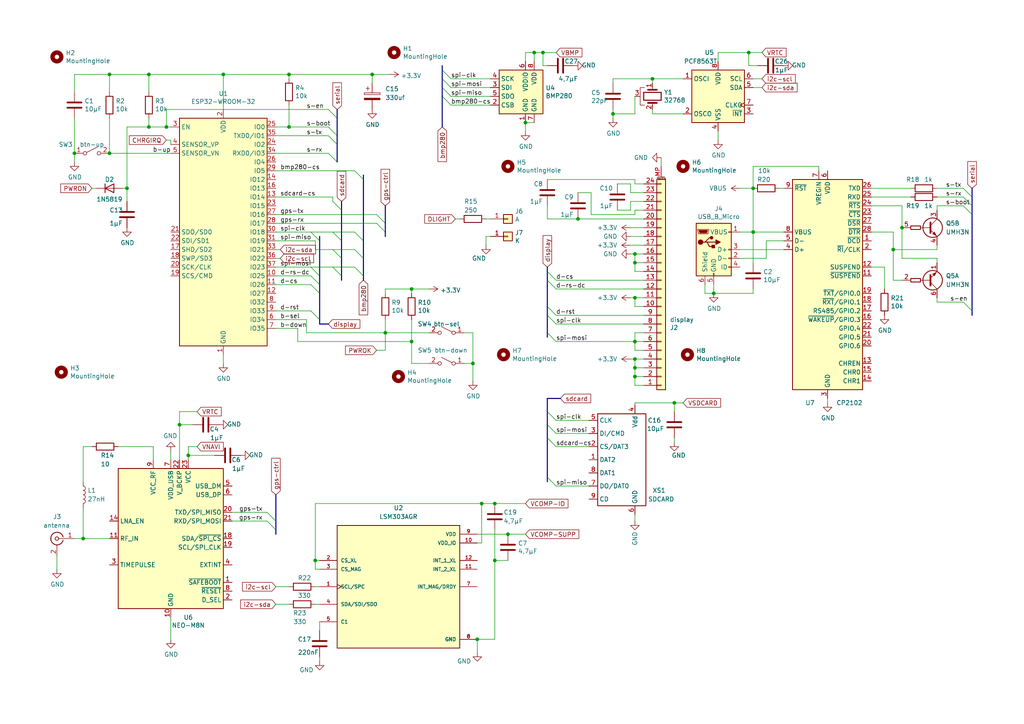
<source format=kicad_sch>
(kicad_sch (version 20230121) (generator eeschema)
  (paper "A4")
  (junction (at 218.44 67.31))
  (junction (at 184.15 104.14))
  (junction (at 195.58 116.84))
  (junction (at 350.52 41.91))
  (junction (at 217.17 15.24))
  (junction (at 360.68 50.8))
  (junction (at 184.15 106.68))
  (junction (at 52.07 123.19))
  (junction (at 48.26 36.83))
  (junction (at 316.23 85.09))
  (junction (at 184.15 76.2))
  (junction (at 384.81 59.69))
  (junction (at 207.01 85.09))
  (junction (at 138.43 185.42))
  (junction (at 384.81 97.79))
  (junction (at 21.59 44.45))
  (junction (at 261.62 66.04))
  (junction (at 64.77 21.59))
  (junction (at 356.87 41.91))
  (junction (at 154.94 15.24))
  (junction (at 189.23 22.86))
  (junction (at 24.13 156.21))
  (junction (at 184.15 109.22))
  (junction (at 177.8 33.02))
  (junction (at 54.61 132.08))
  (junction (at 346.71 50.8))
  (junction (at 143.51 162.56))
  (junction (at 259.08 72.39))
  (junction (at 43.18 21.59))
  (junction (at 218.44 54.61))
  (junction (at 139.7 146.05))
  (junction (at 345.44 41.91))
  (junction (at 364.49 50.8))
  (junction (at 83.82 36.83))
  (junction (at 320.04 39.37))
  (junction (at 43.18 36.83))
  (junction (at 31.75 44.45))
  (junction (at 107.95 21.59))
  (junction (at 384.81 113.03))
  (junction (at 119.38 99.06))
  (junction (at 167.64 63.5))
  (junction (at 152.4 35.56))
  (junction (at 316.23 115.57))
  (junction (at 184.15 73.66))
  (junction (at 345.44 34.29))
  (junction (at 91.44 162.56))
  (junction (at 184.15 99.06))
  (junction (at 111.76 96.52))
  (junction (at 119.38 83.82))
  (junction (at 157.48 15.24))
  (junction (at 36.83 54.61))
  (junction (at 31.75 21.59))
  (junction (at 83.82 21.59))
  (junction (at 143.51 146.05))
  (junction (at 184.15 86.36))
  (junction (at 137.16 105.41))
  (junction (at 147.32 154.94))
  (junction (at 381 59.69))
  (bus_entry (at 128.27 22.86) (size 2.54 2.54))
  (bus_entry (at 90.17 80.01) (size 2.54 2.54))
  (bus_entry (at 158.75 127) (size 2.54 2.54))
  (bus_entry (at 77.47 151.13) (size 2.54 2.54))
  (bus_entry (at 158.75 96.52) (size 2.54 2.54))
  (bus_entry (at 77.47 148.59) (size 2.54 2.54))
  (bus_entry (at 96.52 58.42) (size 2.54 2.54))
  (bus_entry (at 279.4 54.61) (size 2.54 2.54))
  (bus_entry (at 128.27 27.94) (size 2.54 2.54))
  (bus_entry (at 102.87 77.47) (size 2.54 2.54))
  (bus_entry (at 102.87 72.39) (size 2.54 2.54))
  (bus_entry (at 95.25 36.83) (size 2.54 2.54))
  (bus_entry (at 158.75 119.38) (size 2.54 2.54))
  (bus_entry (at 90.17 90.17) (size 2.54 2.54))
  (bus_entry (at 128.27 25.4) (size 2.54 2.54))
  (bus_entry (at 158.75 78.74) (size 2.54 2.54))
  (bus_entry (at 279.4 57.15) (size 2.54 2.54))
  (bus_entry (at 96.52 72.39) (size 2.54 2.54))
  (bus_entry (at 279.4 59.69) (size 2.54 2.54))
  (bus_entry (at 102.87 49.53) (size 2.54 2.54))
  (bus_entry (at 158.75 81.28) (size 2.54 2.54))
  (bus_entry (at 90.17 67.31) (size 2.54 2.54))
  (bus_entry (at 158.75 138.43) (size 2.54 2.54))
  (bus_entry (at 158.75 123.19) (size 2.54 2.54))
  (bus_entry (at 95.25 31.75) (size 2.54 2.54))
  (bus_entry (at 279.4 87.63) (size 2.54 2.54))
  (bus_entry (at 96.52 77.47) (size 2.54 2.54))
  (bus_entry (at 158.75 91.44) (size 2.54 2.54))
  (bus_entry (at 95.25 44.45) (size 2.54 2.54))
  (bus_entry (at 109.22 62.23) (size 2.54 2.54))
  (bus_entry (at 90.17 82.55) (size 2.54 2.54))
  (bus_entry (at 158.75 88.9) (size 2.54 2.54))
  (bus_entry (at 102.87 67.31) (size 2.54 2.54))
  (bus_entry (at 95.25 39.37) (size 2.54 2.54))
  (bus_entry (at 109.22 64.77) (size 2.54 2.54))
  (bus_entry (at 96.52 67.31) (size 2.54 2.54))
  (bus_entry (at 128.27 20.32) (size 2.54 2.54))
  (bus_entry (at 90.17 77.47) (size 2.54 2.54))
  (bus (pts (xy 128.27 20.32) (xy 128.27 22.86)))
  (bus (pts (xy 128.27 19.05) (xy 128.27 20.32)))
  (wire (pts (xy 177.8 22.86) (xy 189.23 22.86)))
  (wire (pts (xy 152.4 38.1) (xy 152.4 35.56)))
  (wire (pts (xy 143.51 185.42) (xy 138.43 185.42)))
  (wire (pts (xy 195.58 127) (xy 195.58 128.27)))
  (wire (pts (xy 177.8 24.13) (xy 177.8 22.86)))
  (wire (pts (xy 346.71 123.19) (xy 346.71 124.46)))
  (wire (pts (xy 259.08 72.39) (xy 259.08 81.28)))
  (bus (pts (xy 99.06 60.96) (xy 99.06 69.85)))
  (wire (pts (xy 157.48 15.24) (xy 161.29 15.24)))
  (wire (pts (xy 214.63 54.61) (xy 218.44 54.61)))
  (wire (pts (xy 182.88 73.66) (xy 184.15 73.66)))
  (wire (pts (xy 137.16 96.52) (xy 137.16 105.41)))
  (bus (pts (xy 80.01 153.67) (xy 80.01 154.94)))
  (wire (pts (xy 80.01 90.17) (xy 90.17 90.17)))
  (wire (pts (xy 154.94 35.56) (xy 152.4 35.56)))
  (wire (pts (xy 111.76 96.52) (xy 124.46 96.52)))
  (wire (pts (xy 271.78 59.69) (xy 279.4 59.69)))
  (wire (pts (xy 90.17 67.31) (xy 96.52 67.31)))
  (wire (pts (xy 332.74 52.07) (xy 332.74 50.8)))
  (wire (pts (xy 191.77 45.72) (xy 191.77 48.26)))
  (wire (pts (xy 119.38 99.06) (xy 119.38 105.41)))
  (wire (pts (xy 158.75 63.5) (xy 158.75 59.69)))
  (wire (pts (xy 35.56 54.61) (xy 36.83 54.61)))
  (wire (pts (xy 111.76 96.52) (xy 111.76 101.6)))
  (wire (pts (xy 161.29 121.92) (xy 170.815 121.92)))
  (wire (pts (xy 161.29 140.97) (xy 170.815 140.97)))
  (wire (pts (xy 271.78 87.63) (xy 279.4 87.63)))
  (wire (pts (xy 91.44 146.05) (xy 91.44 162.56)))
  (wire (pts (xy 207.01 82.55) (xy 207.01 85.09)))
  (wire (pts (xy 158.75 52.07) (xy 184.15 52.07)))
  (wire (pts (xy 43.18 36.83) (xy 36.83 36.83)))
  (bus (pts (xy 158.75 138.43) (xy 158.75 139.7)))
  (wire (pts (xy 359.41 118.11) (xy 365.76 118.11)))
  (wire (pts (xy 182.88 66.04) (xy 186.69 66.04)))
  (wire (pts (xy 91.44 165.1) (xy 92.71 165.1)))
  (wire (pts (xy 271.78 71.12) (xy 271.78 72.39)))
  (wire (pts (xy 184.15 86.36) (xy 186.69 86.36)))
  (wire (pts (xy 36.83 36.83) (xy 36.83 54.61)))
  (wire (pts (xy 261.62 66.04) (xy 261.62 74.93)))
  (wire (pts (xy 95.25 36.83) (xy 83.82 36.83)))
  (wire (pts (xy 360.68 50.8) (xy 360.68 57.15)))
  (wire (pts (xy 36.83 54.61) (xy 36.83 58.42)))
  (wire (pts (xy 182.88 71.12) (xy 186.69 71.12)))
  (bus (pts (xy 281.94 54.61) (xy 281.94 57.15)))
  (wire (pts (xy 208.28 15.24) (xy 217.17 15.24)))
  (wire (pts (xy 364.49 49.53) (xy 364.49 50.8)))
  (bus (pts (xy 111.76 59.69) (xy 111.76 64.77)))
  (wire (pts (xy 80.01 82.55) (xy 90.17 82.55)))
  (bus (pts (xy 92.71 68.58) (xy 92.71 69.85)))
  (wire (pts (xy 21.59 26.67) (xy 21.59 21.59)))
  (wire (pts (xy 384.81 67.31) (xy 384.81 68.58)))
  (wire (pts (xy 359.41 59.69) (xy 369.57 59.69)))
  (wire (pts (xy 345.44 41.91) (xy 350.52 41.91)))
  (wire (pts (xy 142.24 68.58) (xy 140.97 68.58)))
  (wire (pts (xy 218.44 83.82) (xy 218.44 85.09)))
  (wire (pts (xy 182.88 58.42) (xy 186.69 58.42)))
  (wire (pts (xy 140.97 63.5) (xy 142.24 63.5)))
  (wire (pts (xy 252.73 57.15) (xy 264.16 57.15)))
  (wire (pts (xy 346.71 50.8) (xy 360.68 50.8)))
  (wire (pts (xy 86.36 99.06) (xy 119.38 99.06)))
  (wire (pts (xy 83.82 21.59) (xy 107.95 21.59)))
  (wire (pts (xy 218.44 22.86) (xy 220.98 22.86)))
  (wire (pts (xy 161.29 129.54) (xy 170.815 129.54)))
  (wire (pts (xy 119.38 85.09) (xy 119.38 83.82)))
  (wire (pts (xy 195.58 119.38) (xy 195.58 116.84)))
  (wire (pts (xy 337.82 49.53) (xy 337.82 52.07)))
  (wire (pts (xy 182.88 86.36) (xy 184.15 86.36)))
  (wire (pts (xy 34.29 129.54) (xy 44.45 129.54)))
  (wire (pts (xy 184.15 73.66) (xy 186.69 73.66)))
  (wire (pts (xy 52.07 123.19) (xy 52.07 133.35)))
  (wire (pts (xy 350.52 41.91) (xy 350.52 36.83)))
  (wire (pts (xy 49.53 40.64) (xy 49.53 41.91)))
  (wire (pts (xy 271.78 74.93) (xy 271.78 76.2)))
  (wire (pts (xy 31.75 34.29) (xy 31.75 44.45)))
  (wire (pts (xy 167.64 63.5) (xy 158.75 63.5)))
  (wire (pts (xy 91.44 69.85) (xy 91.44 72.39)))
  (wire (pts (xy 350.52 41.91) (xy 356.87 41.91)))
  (wire (pts (xy 161.29 83.82) (xy 186.69 83.82)))
  (wire (pts (xy 237.49 49.53) (xy 237.49 48.26)))
  (bus (pts (xy 281.94 62.23) (xy 281.94 90.17)))
  (wire (pts (xy 381 62.23) (xy 359.41 62.23)))
  (wire (pts (xy 21.59 21.59) (xy 31.75 21.59)))
  (wire (pts (xy 337.82 41.91) (xy 345.44 41.91)))
  (wire (pts (xy 237.49 48.26) (xy 218.44 48.26)))
  (bus (pts (xy 111.76 67.31) (xy 111.76 68.58)))
  (wire (pts (xy 359.41 100.33) (xy 368.3 100.33)))
  (bus (pts (xy 158.75 88.9) (xy 158.75 91.44)))
  (wire (pts (xy 154.94 17.78) (xy 154.94 15.24)))
  (wire (pts (xy 222.25 69.85) (xy 222.25 74.93)))
  (wire (pts (xy 335.28 52.07) (xy 335.28 34.29)))
  (wire (pts (xy 261.62 74.93) (xy 271.78 74.93)))
  (wire (pts (xy 88.9 96.52) (xy 111.76 96.52)))
  (wire (pts (xy 384.81 113.03) (xy 387.35 113.03)))
  (wire (pts (xy 271.78 60.96) (xy 271.78 59.69)))
  (wire (pts (xy 316.23 85.09) (xy 323.85 85.09)))
  (wire (pts (xy 252.73 67.31) (xy 259.08 67.31)))
  (wire (pts (xy 307.34 105.41) (xy 307.34 106.68)))
  (wire (pts (xy 227.33 69.85) (xy 222.25 69.85)))
  (wire (pts (xy 80.01 69.85) (xy 91.44 69.85)))
  (bus (pts (xy 111.76 64.77) (xy 111.76 67.31)))
  (wire (pts (xy 359.41 105.41) (xy 368.3 105.41)))
  (bus (pts (xy 92.71 85.09) (xy 92.71 92.71)))
  (wire (pts (xy 321.31 77.47) (xy 323.85 77.47)))
  (wire (pts (xy 134.62 96.52) (xy 137.16 96.52)))
  (wire (pts (xy 204.47 82.55) (xy 204.47 85.09)))
  (wire (pts (xy 80.01 170.18) (xy 83.82 170.18)))
  (wire (pts (xy 107.95 21.59) (xy 107.95 24.13)))
  (wire (pts (xy 218.44 67.31) (xy 227.33 67.31)))
  (bus (pts (xy 80.01 143.51) (xy 80.01 151.13)))
  (wire (pts (xy 184.15 106.68) (xy 186.69 106.68)))
  (wire (pts (xy 90.17 77.47) (xy 96.52 77.47)))
  (wire (pts (xy 96.52 57.15) (xy 96.52 58.42)))
  (wire (pts (xy 226.06 54.61) (xy 227.33 54.61)))
  (wire (pts (xy 323.85 97.79) (xy 307.34 97.79)))
  (wire (pts (xy 184.15 33.02) (xy 177.8 33.02)))
  (wire (pts (xy 137.16 105.41) (xy 137.16 110.49)))
  (wire (pts (xy 177.8 34.29) (xy 177.8 33.02)))
  (bus (pts (xy 105.41 69.85) (xy 105.41 74.93)))
  (wire (pts (xy 184.15 73.66) (xy 184.15 76.2)))
  (wire (pts (xy 48.26 36.83) (xy 49.53 36.83)))
  (bus (pts (xy 158.75 78.74) (xy 158.75 81.28)))
  (wire (pts (xy 359.41 113.03) (xy 384.81 113.03)))
  (wire (pts (xy 80.01 44.45) (xy 95.25 44.45)))
  (wire (pts (xy 186.69 81.28) (xy 161.29 81.28)))
  (wire (pts (xy 154.94 15.24) (xy 157.48 15.24)))
  (wire (pts (xy 52.07 119.38) (xy 57.15 119.38)))
  (bus (pts (xy 105.41 80.01) (xy 105.41 81.28)))
  (wire (pts (xy 138.43 154.94) (xy 147.32 154.94)))
  (wire (pts (xy 261.62 66.04) (xy 261.62 59.69)))
  (bus (pts (xy 105.41 74.93) (xy 105.41 80.01)))
  (wire (pts (xy 54.61 132.08) (xy 62.23 132.08)))
  (wire (pts (xy 271.78 54.61) (xy 279.4 54.61)))
  (wire (pts (xy 189.23 24.13) (xy 189.23 22.86)))
  (wire (pts (xy 356.87 41.91) (xy 364.49 41.91)))
  (wire (pts (xy 54.61 132.08) (xy 54.61 133.35)))
  (bus (pts (xy 97.79 31.75) (xy 97.79 34.29)))
  (wire (pts (xy 143.51 146.05) (xy 152.4 146.05)))
  (wire (pts (xy 214.63 72.39) (xy 227.33 72.39)))
  (wire (pts (xy 96.52 77.47) (xy 102.87 77.47)))
  (bus (pts (xy 92.71 82.55) (xy 92.71 85.09)))
  (wire (pts (xy 252.73 77.47) (xy 256.54 77.47)))
  (wire (pts (xy 184.15 109.22) (xy 184.15 111.76)))
  (bus (pts (xy 99.06 58.42) (xy 99.06 60.96)))
  (wire (pts (xy 182.88 68.58) (xy 186.69 68.58)))
  (wire (pts (xy 214.63 74.93) (xy 222.25 74.93)))
  (wire (pts (xy 384.81 120.65) (xy 384.81 121.92)))
  (wire (pts (xy 259.08 81.28) (xy 261.62 81.28)))
  (wire (pts (xy 80.01 57.15) (xy 96.52 57.15)))
  (wire (pts (xy 167.64 55.88) (xy 171.45 55.88)))
  (wire (pts (xy 139.7 157.48) (xy 138.43 157.48)))
  (wire (pts (xy 279.4 57.15) (xy 271.78 57.15)))
  (wire (pts (xy 142.24 25.4) (xy 130.81 25.4)))
  (wire (pts (xy 350.52 36.83) (xy 351.79 36.83)))
  (wire (pts (xy 184.15 62.23) (xy 184.15 60.96)))
  (wire (pts (xy 364.49 50.8) (xy 378.46 50.8)))
  (wire (pts (xy 182.88 60.96) (xy 182.88 58.42)))
  (wire (pts (xy 24.13 147.32) (xy 24.13 156.21)))
  (wire (pts (xy 16.51 161.29) (xy 16.51 165.1)))
  (wire (pts (xy 208.28 38.1) (xy 208.28 40.64)))
  (bus (pts (xy 158.75 127) (xy 158.75 138.43)))
  (wire (pts (xy 157.48 15.24) (xy 157.48 19.05)))
  (wire (pts (xy 111.76 83.82) (xy 119.38 83.82)))
  (bus (pts (xy 99.06 74.93) (xy 99.06 80.01)))
  (wire (pts (xy 92.71 190.5) (xy 92.71 191.77)))
  (wire (pts (xy 252.73 59.69) (xy 261.62 59.69)))
  (wire (pts (xy 218.44 48.26) (xy 218.44 54.61)))
  (bus (pts (xy 80.01 151.13) (xy 80.01 153.67)))
  (bus (pts (xy 92.71 69.85) (xy 92.71 80.01)))
  (wire (pts (xy 271.78 87.63) (xy 271.78 86.36)))
  (wire (pts (xy 143.51 153.67) (xy 143.51 162.56)))
  (wire (pts (xy 132.08 63.5) (xy 133.35 63.5)))
  (wire (pts (xy 91.44 175.26) (xy 92.71 175.26)))
  (bus (pts (xy 281.94 57.15) (xy 281.94 59.69)))
  (wire (pts (xy 77.47 151.13) (xy 67.31 151.13)))
  (wire (pts (xy 256.54 77.47) (xy 256.54 83.82)))
  (wire (pts (xy 189.23 31.75) (xy 189.23 33.02)))
  (wire (pts (xy 119.38 83.82) (xy 124.46 83.82)))
  (wire (pts (xy 143.51 162.56) (xy 147.32 162.56)))
  (wire (pts (xy 184.15 96.52) (xy 186.69 96.52)))
  (wire (pts (xy 316.23 115.57) (xy 316.23 93.98)))
  (wire (pts (xy 91.44 162.56) (xy 92.71 162.56)))
  (wire (pts (xy 186.69 76.2) (xy 184.15 76.2)))
  (wire (pts (xy 48.26 31.75) (xy 95.25 31.75)))
  (wire (pts (xy 394.97 97.79) (xy 397.51 97.79)))
  (wire (pts (xy 107.95 21.59) (xy 113.03 21.59)))
  (wire (pts (xy 161.29 125.73) (xy 170.815 125.73)))
  (wire (pts (xy 345.44 34.29) (xy 351.79 34.29)))
  (wire (pts (xy 217.17 15.24) (xy 220.98 15.24)))
  (wire (pts (xy 161.29 99.06) (xy 184.15 99.06)))
  (bus (pts (xy 92.71 80.01) (xy 92.71 82.55)))
  (bus (pts (xy 281.94 90.17) (xy 281.94 91.44)))
  (wire (pts (xy 31.75 21.59) (xy 43.18 21.59)))
  (wire (pts (xy 321.31 80.01) (xy 323.85 80.01)))
  (wire (pts (xy 184.15 106.68) (xy 184.15 109.22)))
  (wire (pts (xy 252.73 54.61) (xy 264.16 54.61)))
  (wire (pts (xy 81.28 74.93) (xy 80.01 74.93)))
  (bus (pts (xy 97.79 39.37) (xy 97.79 41.91)))
  (wire (pts (xy 80.01 72.39) (xy 81.28 72.39)))
  (bus (pts (xy 158.75 81.28) (xy 158.75 88.9)))
  (wire (pts (xy 186.69 101.6) (xy 184.15 101.6)))
  (wire (pts (xy 134.62 105.41) (xy 137.16 105.41)))
  (wire (pts (xy 21.59 156.21) (xy 24.13 156.21)))
  (bus (pts (xy 92.71 92.71) (xy 92.71 93.98)))
  (wire (pts (xy 80.01 39.37) (xy 95.25 39.37)))
  (wire (pts (xy 111.76 92.71) (xy 111.76 96.52)))
  (wire (pts (xy 67.31 148.59) (xy 77.47 148.59)))
  (wire (pts (xy 147.32 154.94) (xy 152.4 154.94)))
  (wire (pts (xy 259.08 67.31) (xy 259.08 72.39)))
  (wire (pts (xy 320.04 50.8) (xy 320.04 53.34)))
  (wire (pts (xy 359.41 107.95) (xy 368.3 107.95)))
  (wire (pts (xy 96.52 67.31) (xy 102.87 67.31)))
  (bus (pts (xy 95.25 93.98) (xy 92.71 93.98)))
  (wire (pts (xy 161.29 93.98) (xy 186.69 93.98)))
  (wire (pts (xy 179.07 60.96) (xy 182.88 60.96)))
  (wire (pts (xy 64.77 31.75) (xy 64.77 21.59)))
  (wire (pts (xy 182.88 53.34) (xy 182.88 55.88)))
  (wire (pts (xy 111.76 101.6) (xy 109.22 101.6)))
  (wire (pts (xy 184.15 101.6) (xy 184.15 99.06)))
  (wire (pts (xy 49.53 185.42) (xy 49.53 179.07)))
  (bus (pts (xy 162.56 115.57) (xy 158.75 115.57)))
  (wire (pts (xy 80.01 62.23) (xy 109.22 62.23)))
  (wire (pts (xy 54.61 129.54) (xy 54.61 132.08)))
  (wire (pts (xy 44.45 129.54) (xy 44.45 133.35)))
  (wire (pts (xy 184.15 149.225) (xy 184.15 151.13)))
  (bus (pts (xy 128.27 25.4) (xy 128.27 27.94)))
  (bus (pts (xy 105.41 50.8) (xy 105.41 52.07)))
  (wire (pts (xy 43.18 21.59) (xy 64.77 21.59)))
  (wire (pts (xy 21.59 34.29) (xy 21.59 44.45)))
  (wire (pts (xy 320.04 39.37) (xy 320.04 43.18)))
  (wire (pts (xy 184.15 78.74) (xy 186.69 78.74)))
  (wire (pts (xy 177.8 33.02) (xy 177.8 31.75)))
  (wire (pts (xy 336.55 123.19) (xy 336.55 124.46)))
  (wire (pts (xy 83.82 30.48) (xy 83.82 36.83)))
  (wire (pts (xy 184.15 76.2) (xy 184.15 78.74)))
  (wire (pts (xy 207.01 85.09) (xy 218.44 85.09)))
  (wire (pts (xy 330.2 39.37) (xy 330.2 52.07)))
  (wire (pts (xy 140.97 68.58) (xy 140.97 71.12)))
  (wire (pts (xy 184.15 53.34) (xy 186.69 53.34)))
  (bus (pts (xy 105.41 52.07) (xy 105.41 69.85)))
  (wire (pts (xy 186.69 63.5) (xy 167.64 63.5)))
  (wire (pts (xy 96.52 72.39) (xy 102.87 72.39)))
  (wire (pts (xy 26.67 54.61) (xy 27.94 54.61)))
  (wire (pts (xy 48.26 40.64) (xy 49.53 40.64)))
  (wire (pts (xy 204.47 85.09) (xy 207.01 85.09)))
  (wire (pts (xy 80.01 80.01) (xy 90.17 80.01)))
  (wire (pts (xy 304.8 76.2) (xy 304.8 77.47)))
  (wire (pts (xy 184.15 104.14) (xy 184.15 106.68)))
  (wire (pts (xy 321.31 72.39) (xy 323.85 72.39)))
  (wire (pts (xy 139.7 146.05) (xy 139.7 157.48)))
  (wire (pts (xy 332.74 50.8) (xy 346.71 50.8)))
  (wire (pts (xy 138.43 185.42) (xy 138.43 189.23)))
  (wire (pts (xy 381 59.69) (xy 384.81 59.69)))
  (wire (pts (xy 218.44 67.31) (xy 218.44 76.2)))
  (wire (pts (xy 335.28 34.29) (xy 345.44 34.29)))
  (wire (pts (xy 26.67 129.54) (xy 24.13 129.54)))
  (bus (pts (xy 97.79 34.29) (xy 97.79 39.37)))
  (wire (pts (xy 312.42 85.09) (xy 316.23 85.09)))
  (wire (pts (xy 152.4 15.24) (xy 154.94 15.24)))
  (wire (pts (xy 184.15 111.76) (xy 186.69 111.76)))
  (wire (pts (xy 394.97 113.03) (xy 397.51 113.03)))
  (wire (pts (xy 52.07 123.19) (xy 55.88 123.19)))
  (wire (pts (xy 384.81 97.79) (xy 387.35 97.79)))
  (bus (pts (xy 158.75 77.47) (xy 158.75 78.74)))
  (bus (pts (xy 158.75 119.38) (xy 158.75 123.19)))
  (wire (pts (xy 360.68 57.15) (xy 359.41 57.15)))
  (wire (pts (xy 111.76 85.09) (xy 111.76 83.82)))
  (wire (pts (xy 21.59 46.99) (xy 21.59 44.45)))
  (wire (pts (xy 184.15 60.96) (xy 186.69 60.96)))
  (wire (pts (xy 356.87 41.91) (xy 356.87 43.18)))
  (wire (pts (xy 142.24 30.48) (xy 130.81 30.48)))
  (wire (pts (xy 186.69 99.06) (xy 184.15 99.06)))
  (wire (pts (xy 48.26 36.83) (xy 48.26 31.75)))
  (wire (pts (xy 384.81 59.69) (xy 388.62 59.69)))
  (wire (pts (xy 143.51 146.05) (xy 139.7 146.05)))
  (wire (pts (xy 157.48 19.05) (xy 158.75 19.05)))
  (bus (pts (xy 158.75 96.52) (xy 158.75 97.79)))
  (bus (pts (xy 158.75 115.57) (xy 158.75 119.38)))
  (wire (pts (xy 186.69 91.44) (xy 161.29 91.44)))
  (bus (pts (xy 158.75 91.44) (xy 158.75 96.52)))
  (wire (pts (xy 214.63 67.31) (xy 218.44 67.31)))
  (wire (pts (xy 184.15 88.9) (xy 186.69 88.9)))
  (wire (pts (xy 377.19 59.69) (xy 381 59.69)))
  (wire (pts (xy 49.53 130.81) (xy 49.53 133.35)))
  (wire (pts (xy 189.23 22.86) (xy 198.12 22.86)))
  (wire (pts (xy 316.23 85.09) (xy 316.23 86.36)))
  (wire (pts (xy 86.36 95.25) (xy 86.36 99.06)))
  (wire (pts (xy 184.15 52.07) (xy 184.15 53.34)))
  (wire (pts (xy 152.4 17.78) (xy 152.4 15.24)))
  (wire (pts (xy 182.88 55.88) (xy 186.69 55.88)))
  (bus (pts (xy 158.75 123.19) (xy 158.75 127)))
  (wire (pts (xy 83.82 21.59) (xy 83.82 22.86)))
  (wire (pts (xy 124.46 105.41) (xy 119.38 105.41)))
  (wire (pts (xy 31.75 44.45) (xy 49.53 44.45)))
  (wire (pts (xy 304.8 67.31) (xy 323.85 67.31)))
  (bus (pts (xy 281.94 59.69) (xy 281.94 62.23)))
  (bus (pts (xy 99.06 69.85) (xy 99.06 74.93)))
  (wire (pts (xy 208.28 15.24) (xy 208.28 17.78)))
  (wire (pts (xy 182.88 104.14) (xy 184.15 104.14)))
  (wire (pts (xy 184.15 86.36) (xy 184.15 88.9)))
  (wire (pts (xy 64.77 21.59) (xy 83.82 21.59)))
  (wire (pts (xy 80.01 175.26) (xy 83.82 175.26)))
  (wire (pts (xy 359.41 102.87) (xy 368.3 102.87)))
  (wire (pts (xy 80.01 49.53) (xy 102.87 49.53)))
  (wire (pts (xy 119.38 92.71) (xy 119.38 99.06)))
  (wire (pts (xy 80.01 92.71) (xy 88.9 92.71)))
  (wire (pts (xy 184.15 99.06) (xy 184.15 96.52)))
  (wire (pts (xy 130.81 22.86) (xy 142.24 22.86)))
  (wire (pts (xy 171.45 62.23) (xy 184.15 62.23)))
  (wire (pts (xy 317.5 39.37) (xy 320.04 39.37)))
  (wire (pts (xy 109.22 64.77) (xy 80.01 64.77)))
  (bus (pts (xy 97.79 41.91) (xy 97.79 46.99)))
  (wire (pts (xy 184.15 27.94) (xy 184.15 33.02)))
  (wire (pts (xy 179.07 53.34) (xy 182.88 53.34)))
  (wire (pts (xy 218.44 54.61) (xy 218.44 67.31)))
  (wire (pts (xy 24.13 156.21) (xy 31.75 156.21)))
  (wire (pts (xy 359.41 97.79) (xy 384.81 97.79)))
  (wire (pts (xy 43.18 36.83) (xy 48.26 36.83)))
  (wire (pts (xy 130.81 27.94) (xy 142.24 27.94)))
  (wire (pts (xy 259.08 72.39) (xy 271.78 72.39)))
  (wire (pts (xy 304.8 67.31) (xy 304.8 68.58)))
  (wire (pts (xy 320.04 39.37) (xy 330.2 39.37)))
  (bus (pts (xy 99.06 80.01) (xy 99.06 81.28)))
  (wire (pts (xy 219.71 19.05) (xy 217.17 19.05)))
  (wire (pts (xy 359.41 115.57) (xy 365.76 115.57)))
  (wire (pts (xy 52.07 119.38) (xy 52.07 123.19)))
  (wire (pts (xy 184.15 104.14) (xy 186.69 104.14)))
  (wire (pts (xy 360.68 50.8) (xy 364.49 50.8)))
  (wire (pts (xy 311.15 115.57) (xy 316.23 115.57)))
  (wire (pts (xy 195.58 116.84) (xy 198.12 116.84)))
  (wire (pts (xy 80.01 67.31) (xy 90.17 67.31)))
  (wire (pts (xy 189.23 33.02) (xy 198.12 33.02)))
  (wire (pts (xy 24.13 129.54) (xy 24.13 139.7)))
  (wire (pts (xy 184.15 117.475) (xy 184.15 116.84)))
  (wire (pts (xy 323.85 115.57) (xy 316.23 115.57)))
  (wire (pts (xy 220.98 25.4) (xy 218.44 25.4)))
  (wire (pts (xy 186.69 109.22) (xy 184.15 109.22)))
  (wire (pts (xy 64.77 105.41) (xy 64.77 102.87)))
  (wire (pts (xy 88.9 92.71) (xy 88.9 96.52)))
  (wire (pts (xy 217.17 19.05) (xy 217.17 15.24)))
  (wire (pts (xy 384.81 105.41) (xy 384.81 106.68)))
  (bus (pts (xy 128.27 27.94) (xy 128.27 36.83)))
  (wire (pts (xy 43.18 26.67) (xy 43.18 21.59)))
  (wire (pts (xy 381 59.69) (xy 381 62.23)))
  (wire (pts (xy 184.15 116.84) (xy 195.58 116.84)))
  (wire (pts (xy 139.7 146.05) (xy 91.44 146.05)))
  (wire (pts (xy 80.01 36.83) (xy 83.82 36.83)))
  (wire (pts (xy 171.45 55.88) (xy 171.45 62.23)))
  (wire (pts (xy 92.71 180.34) (xy 92.71 182.88)))
  (wire (pts (xy 321.31 69.85) (xy 323.85 69.85)))
  (wire (pts (xy 240.03 115.57) (xy 240.03 116.84)))
  (wire (pts (xy 31.75 26.67) (xy 31.75 21.59)))
  (bus (pts (xy 128.27 22.86) (xy 128.27 25.4)))
  (wire (pts (xy 43.18 34.29) (xy 43.18 36.83)))
  (wire (pts (xy 346.71 50.8) (xy 346.71 52.07)))
  (wire (pts (xy 57.15 129.54) (xy 54.61 129.54)))
  (wire (pts (xy 143.51 162.56) (xy 143.51 185.42)))
  (wire (pts (xy 91.44 162.56) (xy 91.44 165.1)))
  (wire (pts (xy 80.01 95.25) (xy 86.36 95.25)))
  (wire (pts (xy 80.01 77.47) (xy 90.17 77.47)))
  (wire (pts (xy 91.44 72.39) (xy 96.52 72.39)))
  (wire (pts (xy 91.44 170.18) (xy 92.71 170.18)))
  (label "s-en" (at 275.59 87.63 0))
  (label "spi-mosi" (at 81.28 77.47 0))
  (label "d-rs-dc" (at 81.28 80.01 0))
  (label "spi-clk" (at 161.29 121.92 0))
  (label "gps-tx" (at 81.28 62.23 0))
  (label "bmp280-cs" (at 81.28 49.53 0))
  (label "d-cs" (at 81.28 82.55 0))
  (label "s-boot" (at 88.9 36.83 0))
  (label "gps-rx" (at 81.28 64.77 0))
  (label "sdcard-cs" (at 81.28 57.15 0))
  (label "spi-mosi" (at 161.29 99.06 0))
  (label "d-rst" (at 161.29 91.44 0))
  (label "sdcard-cs" (at 161.29 129.54 0))
  (label "spi-miso" (at 130.81 27.94 0))
  (label "spi-miso" (at 161.29 140.97 0))
  (label "s-en" (at 88.9 31.75 0))
  (label "spi-clk" (at 161.29 93.98 0))
  (label "spi-mosi" (at 161.29 125.73 0))
  (label "s-tx" (at 88.9 39.37 0))
  (label "gps-tx" (at 76.2 148.59 180))
  (label "s-rx" (at 274.32 57.15 0))
  (label "spi-mosi" (at 130.81 25.4 0))
  (label "bmp280-cs" (at 130.81 30.48 0))
  (label "gps-rx" (at 76.2 151.13 180))
  (label "batt" (at 349.25 34.29 0))
  (label "spi-miso" (at 81.28 69.85 0))
  (label "b-sel" (at 81.28 92.71 0))
  (label "d-cs" (at 161.29 81.28 0))
  (label "s-boot" (at 274.32 59.69 0))
  (label "d-rst" (at 81.28 90.17 0))
  (label "s-rx" (at 88.9 44.45 0))
  (label "b-down" (at 81.28 95.25 0))
  (label "s-tx" (at 274.32 54.61 0))
  (label "b-up" (at 49.53 44.45 180))
  (label "spi-clk" (at 130.81 22.86 0))
  (label "d-rs-dc" (at 161.29 83.82 0))
  (label "spi-clk" (at 81.28 67.31 0))
  (global_label "VNAVI" (shape input) (at 57.15 129.54 0) (property "Intersheetrefs" "${INTERSHEET_REFS}" (effects hide)))
  (global_label "sdcard" (shape input) (at 162.56 115.57 0) (property "Intersheetrefs" "${INTERSHEET_REFS}" (effects hide)))
  (global_label "PWROK" (shape input) (at 321.31 72.39 180) (property "Intersheetrefs" "${INTERSHEET_REFS}" (effects hide)))
  (global_label "VSDCARD" (shape input) (at 198.12 116.84 0) (property "Intersheetrefs" "${INTERSHEET_REFS}" (effects hide)))
  (global_label "VCOMP-IO" (shape input) (at 152.4 146.05 0) (property "Intersheetrefs" "${INTERSHEET_REFS}" (effects hide)))
  (global_label "PWRON" (shape input) (at 321.31 69.85 180) (property "Intersheetrefs" "${INTERSHEET_REFS}" (effects hide)))
  (global_label "DLIGHT" (shape input) (at 368.3 102.87 0) (property "Intersheetrefs" "${INTERSHEET_REFS}" (effects hide)))
  (global_label "display" (shape input) (at 95.25 93.98 0) (property "Intersheetrefs" "${INTERSHEET_REFS}" (effects hide)))
  (global_label "VRTC" (shape input) (at 57.15 119.38 0) (property "Intersheetrefs" "${INTERSHEET_REFS}" (effects hide)))
  (global_label "VCOMP-SUPP" (shape input) (at 152.4 154.94 0) (property "Intersheetrefs" "${INTERSHEET_REFS}" (effects hide)))
  (global_label "i2c-sda" (shape input) (at 321.31 77.47 180) (property "Intersheetrefs" "${INTERSHEET_REFS}" (effects hide)))
  (global_label "i2c-scl" (shape input) (at 321.31 80.01 180) (property "Intersheetrefs" "${INTERSHEET_REFS}" (effects hide)))
  (global_label "display" (shape input) (at 158.75 77.47 90) (property "Intersheetrefs" "${INTERSHEET_REFS}" (effects hide)))
  (global_label "serial" (shape input) (at 97.79 31.75 90) (property "Intersheetrefs" "${INTERSHEET_REFS}" (effects hide)))
  (global_label "VBMP" (shape input) (at 368.3 100.33 0) (property "Intersheetrefs" "${INTERSHEET_REFS}" (effects hide)))
  (global_label "i2c-sda" (shape input) (at 81.28 72.39 0) (property "Intersheetrefs" "${INTERSHEET_REFS}" (effects hide)))
  (global_label "VBMP" (shape input) (at 161.29 15.24 0) (property "Intersheetrefs" "${INTERSHEET_REFS}" (effects hide)))
  (global_label "VSDCARD" (shape input) (at 368.3 107.95 0) (property "Intersheetrefs" "${INTERSHEET_REFS}" (effects hide)))
  (global_label "VSYS" (shape input) (at 378.46 50.8 0) (property "Intersheetrefs" "${INTERSHEET_REFS}" (effects hide)))
  (global_label "DLIGHT" (shape input) (at 132.08 63.5 180) (property "Intersheetrefs" "${INTERSHEET_REFS}" (effects hide)))
  (global_label "gps-ctrl" (shape input) (at 80.01 143.51 90) (property "Intersheetrefs" "${INTERSHEET_REFS}" (effects hide)))
  (global_label "VCOMP-IO" (shape input) (at 365.76 115.57 0) (property "Intersheetrefs" "${INTERSHEET_REFS}" (effects hide)))
  (global_label "i2c-sda" (shape input) (at 220.98 25.4 0) (property "Intersheetrefs" "${INTERSHEET_REFS}" (effects hide)))
  (global_label "VCOMP-SUPP" (shape input) (at 365.76 118.11 0) (property "Intersheetrefs" "${INTERSHEET_REFS}" (effects hide)))
  (global_label "i2c-scl" (shape input) (at 220.98 22.86 0) (property "Intersheetrefs" "${INTERSHEET_REFS}" (effects hide)))
  (global_label "i2c-sda" (shape input) (at 80.01 175.26 180) (property "Intersheetrefs" "${INTERSHEET_REFS}" (effects hide)))
  (global_label "bmp280" (shape input) (at 105.41 81.28 270) (property "Intersheetrefs" "${INTERSHEET_REFS}" (effects hide)))
  (global_label "i2c-scl" (shape input) (at 81.28 74.93 0) (property "Intersheetrefs" "${INTERSHEET_REFS}" (effects hide)))
  (global_label "VSYS" (shape input) (at 397.51 97.79 0) (property "Intersheetrefs" "${INTERSHEET_REFS}" (effects hide)))
  (global_label "bmp280" (shape input) (at 128.27 36.83 270) (property "Intersheetrefs" "${INTERSHEET_REFS}" (effects hide)))
  (global_label "PWROK" (shape input) (at 109.22 101.6 180) (property "Intersheetrefs" "${INTERSHEET_REFS}" (effects hide)))
  (global_label "CHRGIRQ" (shape input) (at 312.42 85.09 180) (property "Intersheetrefs" "${INTERSHEET_REFS}" (effects hide)))
  (global_label "i2c-scl" (shape input) (at 80.01 170.18 180) (property "Intersheetrefs" "${INTERSHEET_REFS}" (effects hide)))
  (global_label "VRTC" (shape input) (at 311.15 115.57 180) (property "Intersheetrefs" "${INTERSHEET_REFS}" (effects hide)))
  (global_label "PWRON" (shape input) (at 26.67 54.61 180) (property "Intersheetrefs" "${INTERSHEET_REFS}" (effects hide)))
  (global_label "VSYS" (shape input) (at 397.51 113.03 0) (property "Intersheetrefs" "${INTERSHEET_REFS}" (effects hide)))
  (global_label "VRTC" (shape input) (at 220.98 15.24 0) (property "Intersheetrefs" "${INTERSHEET_REFS}" (effects hide)))
  (global_label "VNAVI" (shape input) (at 368.3 105.41 0) (property "Intersheetrefs" "${INTERSHEET_REFS}" (effects hide)))
  (global_label "gps-ctrl" (shape input) (at 111.76 59.69 90) (property "Intersheetrefs" "${INTERSHEET_REFS}" (effects hide)))
  (global_label "CHRGIRQ" (shape input) (at 48.26 40.64 180) (property "Intersheetrefs" "${INTERSHEET_REFS}" (effects hide)))
  (global_label "serial" (shape input) (at 281.94 54.61 90) (property "Intersheetrefs" "${INTERSHEET_REFS}" (effects hide)))
  (global_label "sdcard" (shape input) (at 99.06 58.42 90) (property "Intersheetrefs" "${INTERSHEET_REFS}" (effects hide)))
  (symbol (lib_id "RF_Module:ESP32-WROOM-32") (at 64.77 67.31 0) (unit 1)
    (property "Reference" "U1" (at 64.77 27.1526 0))
    (property "Value" "ESP32-WROOM-32" (at 64.77 29.464 0))
    (property "Footprint" "RF_Module:ESP32-WROOM-32" (effects hide))
    (property "Datasheet" "https://www.espressif.com/sites/default/files/documentation/esp32-wroom-32_datasheet_en.pdf" (effects hide))
  )
  (symbol (lib_id "Device:R") (at 43.18 30.48 0) (unit 1)
    (property "Reference" "R3" (at 44.958 29.3116 0) (effects (justify left)))
    (property "Value" "10k" (at 44.958 31.623 0) (effects (justify left)))
    (property "Footprint" "Resistor_SMD:R_0805_2012Metric" (effects hide))
  )
  (symbol (lib_id "Device:R") (at 83.82 26.67 0) (unit 1)
    (property "Reference" "R4" (at 85.598 25.5016 0) (effects (justify left)))
    (property "Value" "10k" (at 85.598 27.813 0) (effects (justify left)))
    (property "Footprint" "Resistor_SMD:R_0805_2012Metric" (effects hide))
  )
  (symbol (lib_id "Mechanical:MountingHole") (at 17.78 107.95 0) (unit 1)
    (property "Reference" "H3" (at 20.32 106.7816 0) (effects (justify left)))
    (property "Value" "MountingHole" (at 20.32 109.093 0) (effects (justify left)))
    (property "Footprint" "MountingHole:MountingHole_3.2mm_M3" (effects hide))
  )
  (symbol (lib_id "Mechanical:MountingHole") (at 16.51 16.51 0) (unit 1)
    (property "Reference" "H2" (at 19.05 15.3416 0) (effects (justify left)))
    (property "Value" "MountingHole" (at 19.05 17.653 0) (effects (justify left)))
    (property "Footprint" "MountingHole:MountingHole_3.2mm_M3" (effects hide))
  )
  (symbol (lib_id "Switch:SW_SPST") (at 129.54 105.41 0) (mirror y) (unit 1)
    (property "Reference" "SW5" (at 123.19 101.6 0))
    (property "Value" "btn-down" (at 130.81 101.6 0))
    (property "Footprint" "Button_Switch_SMD:SW_Push_1P1T_NO_6x6mm_H9.5mm" (effects hide))
  )
  (symbol (lib_id "Switch:SW_SPST") (at 129.54 96.52 0) (mirror y) (unit 1)
    (property "Reference" "SW4" (at 123.19 93.98 0))
    (property "Value" "btn-sel" (at 129.54 93.98 0))
    (property "Footprint" "Button_Switch_SMD:SW_Push_1P1T_NO_6x6mm_H9.5mm" (effects hide))
  )
  (symbol (lib_id "Switch:SW_SPST") (at 26.67 44.45 0) (unit 1)
    (property "Reference" "SW3" (at 19.05 41.91 0))
    (property "Value" "btn-up" (at 26.67 41.91 0))
    (property "Footprint" "Button_Switch_SMD:SW_Push_1P1T_NO_6x6mm_H9.5mm" (effects hide))
  )
  (symbol (lib_id "Device:R") (at 31.75 30.48 0) (unit 1)
    (property "Reference" "R2" (at 33.528 29.3116 0) (effects (justify left)))
    (property "Value" "10k" (at 33.528 31.623 0) (effects (justify left)))
    (property "Footprint" "Resistor_SMD:R_0805_2012Metric" (effects hide))
  )
  (symbol (lib_id "Device:R") (at 111.76 88.9 0) (unit 1)
    (property "Reference" "R9" (at 113.538 87.7316 0) (effects (justify left)))
    (property "Value" "10k" (at 113.538 90.043 0) (effects (justify left)))
    (property "Footprint" "Resistor_SMD:R_0805_2012Metric" (effects hide))
  )
  (symbol (lib_id "Device:R") (at 119.38 88.9 0) (unit 1)
    (property "Reference" "R10" (at 121.158 87.7316 0) (effects (justify left)))
    (property "Value" "10k" (at 121.158 90.043 0) (effects (justify left)))
    (property "Footprint" "Resistor_SMD:R_0805_2012Metric" (effects hide))
  )
  (symbol (lib_id "Connector_Generic_MountingPin:Conn_01x24_MountingPin") (at 191.77 83.82 0) (mirror x) (unit 1)
    (property "Reference" "J2" (at 194.31 95.0214 0) (effects (justify left)))
    (property "Value" "display" (at 194.31 92.71 0) (effects (justify left)))
    (property "Footprint" "Connector_FFC-FPC:TE_2-1734839-4_1x24-1MP_P0.5mm_Horizontal" (effects hide))
  )
  (symbol (lib_id "Device:C") (at 21.59 30.48 0) (unit 1)
    (property "Reference" "C1" (at 24.511 29.3116 0) (effects (justify left)))
    (property "Value" "10μF" (at 24.511 31.623 0) (effects (justify left)))
    (property "Footprint" "Capacitor_SMD:C_0805_2012Metric" (effects hide))
  )
  (symbol (lib_id "power:+3.3V") (at 113.03 21.59 270) (unit 1)
    (property "Reference" "#PWR01" (effects hide))
    (property "Value" "+3.3V" (at 116.2812 21.971 90) (effects (justify left)))
  )
  (symbol (lib_id "Device:C") (at 218.44 80.01 0) (unit 1)
    (property "Reference" "C2" (at 221.361 78.8416 0) (effects (justify left)))
    (property "Value" "10μF" (at 221.361 81.153 0) (effects (justify left)))
    (property "Footprint" "Capacitor_SMD:C_0805_2012Metric" (effects hide))
  )
  (symbol (lib_id "Device:C") (at 345.44 38.1 0) (unit 1)
    (property "Reference" "C3" (at 344.17 29.21 0) (effects (justify left)))
    (property "Value" "10μF" (at 344.17 31.75 0) (effects (justify left)))
    (property "Footprint" "Capacitor_SMD:C_0805_2012Metric" (effects hide))
  )
  (symbol (lib_id "power:GND") (at 137.16 110.49 0) (unit 1)
    (property "Reference" "#PWR012" (effects hide))
    (property "Value" "GND" (at 137.287 114.8842 0))
  )
  (symbol (lib_id "power:+3.3V") (at 124.46 83.82 270) (unit 1)
    (property "Reference" "#PWR010" (effects hide))
    (property "Value" "+3.3V" (at 127.7112 84.201 90) (effects (justify left)))
  )
  (symbol (lib_id "power:GND") (at 21.59 46.99 0) (unit 1)
    (property "Reference" "#PWR06" (effects hide))
    (property "Value" "GND" (at 21.717 51.3842 0))
  )
  (symbol (lib_id "Sensor_Pressure:BMP280") (at 152.4 27.94 0) (unit 1)
    (property "Reference" "U4" (at 158.242 25.5016 0) (effects (justify left)))
    (property "Value" "BMP280" (at 158.242 27.813 0) (effects (justify left)))
    (property "Footprint" "Package_LGA:Bosch_LGA-8_2x2.5mm_P0.65mm_ClockwisePinNumbering" (effects hide))
    (property "Datasheet" "https://ae-bst.resource.bosch.com/media/_tech/media/datasheets/BST-BMP280-DS001.pdf" (effects hide))
  )
  (symbol (lib_id "power:GND") (at 152.4 38.1 0) (unit 1)
    (property "Reference" "#PWR0101" (effects hide))
    (property "Value" "GND" (at 152.527 42.4942 0))
  )
  (symbol (lib_id "Mechanical:MountingHole") (at 114.3 15.24 0) (unit 1)
    (property "Reference" "H1" (at 116.84 14.0716 0) (effects (justify left)))
    (property "Value" "MountingHole" (at 116.84 16.383 0) (effects (justify left)))
    (property "Footprint" "MountingHole:MountingHole_3.2mm_M3" (effects hide))
  )
  (symbol (lib_id "Mechanical:MountingHole") (at 115.57 109.22 0) (unit 1)
    (property "Reference" "H4" (at 118.11 108.0516 0) (effects (justify left)))
    (property "Value" "MountingHole" (at 118.11 110.363 0) (effects (justify left)))
    (property "Footprint" "MountingHole:MountingHole_3.2mm_M3" (effects hide))
  )
  (symbol (lib_id "power:GND") (at 64.77 105.41 0) (unit 1)
    (property "Reference" "#PWR011" (effects hide))
    (property "Value" "GND" (at 64.897 109.8042 0))
  )
  (symbol (lib_id "Connector_Generic_MountingPin:Conn_01x02_MountingPin") (at 356.87 34.29 0) (unit 1)
    (property "Reference" "J5" (at 355.6 29.21 0) (effects (justify left)))
    (property "Value" "battery" (at 354.33 31.75 0) (effects (justify left)))
    (property "Footprint" "Connector_Molex:Molex_PicoBlade_53261-0271_1x02-1MP_P1.25mm_Horizontal" (effects hide))
  )
  (symbol (lib_id "Timer_RTC:PCF8563T") (at 208.28 27.94 0) (unit 1)
    (property "Reference" "U5" (at 205.74 15.24 0))
    (property "Value" "PCF8563T" (at 203.2 17.78 0))
    (property "Footprint" "Package_SO:SOIC-8_3.9x4.9mm_P1.27mm" (effects hide))
    (property "Datasheet" "https://assets.nexperia.com/documents/data-sheet/PCF8563.pdf" (effects hide))
  )
  (symbol (lib_id "Connector:USB_B_Micro") (at 207.01 72.39 0) (unit 1)
    (property "Reference" "J4" (at 208.4578 60.5282 0))
    (property "Value" "USB_B_Micro" (at 208.4578 62.8396 0))
    (property "Footprint" "Connector_USB:USB_Micro-B_Molex-105017-0001" (effects hide))
  )
  (symbol (lib_id "Device:Crystal_GND3") (at 189.23 27.94 270) (unit 1)
    (property "Reference" "Y1" (at 192.5574 26.7716 90) (effects (justify left)))
    (property "Value" "32768" (at 192.5574 29.083 90) (effects (justify left)))
    (property "Footprint" "Crystal:Crystal_DS26_D2.0mm_L6.0mm_Horizontal_1EP_style2" (effects hide))
  )
  (symbol (lib_id "Device:C") (at 177.8 27.94 0) (unit 1)
    (property "Reference" "C5" (at 171.45 26.8986 0) (effects (justify left)))
    (property "Value" "22pF" (at 171.45 29.21 0) (effects (justify left)))
    (property "Footprint" "Capacitor_SMD:C_0805_2012Metric" (effects hide))
  )
  (symbol (lib_id "power:GND") (at 177.8 34.29 0) (unit 1)
    (property "Reference" "#PWR0103" (effects hide))
    (property "Value" "GND" (at 177.927 38.6842 0))
  )
  (symbol (lib_id "power:GND") (at 208.28 40.64 0) (unit 1)
    (property "Reference" "#PWR0105" (effects hide))
    (property "Value" "GND" (at 208.407 45.0342 0))
  )
  (symbol (lib_id "RF_GPS:NEO-M8N") (at 49.53 156.21 0) (mirror y) (unit 1)
    (property "Reference" "U6" (at 54.61 179.07 0))
    (property "Value" "NEO-M8N" (at 54.61 181.3814 0))
    (property "Footprint" "RF_GPS:ublox_NEO" (effects hide))
    (property "Datasheet" "https://www.u-blox.com/sites/default/files/NEO-M8-FW3_DataSheet_%28UBX-15031086%29.pdf" (effects hide))
  )
  (symbol (lib_id "power:GND") (at 49.53 185.42 0) (unit 1)
    (property "Reference" "#PWR0106" (effects hide))
    (property "Value" "GND" (at 49.657 189.8142 0))
  )
  (symbol (lib_id "Connector:Conn_Coaxial") (at 16.51 156.21 0) (mirror y) (unit 1)
    (property "Reference" "J3" (at 17.78 149.86 0) (effects (justify left)))
    (property "Value" "antenna" (at 20.32 152.4 0) (effects (justify left)))
    (property "Footprint" "Connector_Coaxial:SMA_Molex_73251-2200_Horizontal" (effects hide))
  )
  (symbol (lib_id "power:GND") (at 16.51 165.1 0) (unit 1)
    (property "Reference" "#PWR0108" (effects hide))
    (property "Value" "GND" (at 16.637 169.4942 0))
  )
  (symbol (lib_id "power:GND") (at 49.53 130.81 180) (unit 1)
    (property "Reference" "#PWR0109" (effects hide))
    (property "Value" "GND" (at 49.403 126.4158 0))
  )
  (symbol (lib_id "Device:C") (at 179.07 57.15 180) (unit 1)
    (property "Reference" "C10" (at 177.8 54.61 0) (effects (justify left)))
    (property "Value" "1μF" (at 177.8 59.69 0) (effects (justify left)))
    (property "Footprint" "Capacitor_SMD:C_0805_2012Metric" (effects hide))
  )
  (symbol (lib_id "Device:C") (at 167.64 59.69 180) (unit 1)
    (property "Reference" "C9" (at 166.37 57.15 0) (effects (justify left)))
    (property "Value" "1μF" (at 166.37 62.23 0) (effects (justify left)))
    (property "Footprint" "Capacitor_SMD:C_0805_2012Metric" (effects hide))
  )
  (symbol (lib_id "Device:C") (at 158.75 55.88 180) (unit 1)
    (property "Reference" "C8" (at 157.48 53.34 0) (effects (justify left)))
    (property "Value" "1μF" (at 157.48 58.42 0) (effects (justify left)))
    (property "Footprint" "Capacitor_SMD:C_0805_2012Metric" (effects hide))
  )
  (symbol (lib_id "power:+3.3V") (at 182.88 66.04 90) (unit 1)
    (property "Reference" "#PWR0111" (effects hide))
    (property "Value" "+3.3V" (at 179.07 66.04 90) (effects (justify left)))
  )
  (symbol (lib_id "power:GND") (at 182.88 68.58 270) (unit 1)
    (property "Reference" "#PWR0112" (effects hide))
    (property "Value" "GND" (at 179.07 68.58 90) (effects (justify right)))
  )
  (symbol (lib_id "power:+3.3V") (at 182.88 71.12 90) (unit 1)
    (property "Reference" "#PWR0113" (effects hide))
    (property "Value" "+3.3V" (at 179.07 71.12 90) (effects (justify left)))
  )
  (symbol (lib_id "power:GND") (at 182.88 73.66 270) (unit 1)
    (property "Reference" "#PWR0114" (effects hide))
    (property "Value" "GND" (at 179.07 73.66 90) (effects (justify right)))
  )
  (symbol (lib_id "power:+3.3V") (at 182.88 86.36 90) (unit 1)
    (property "Reference" "#PWR0115" (effects hide))
    (property "Value" "+3.3V" (at 179.07 86.36 90) (effects (justify left)))
  )
  (symbol (lib_id "power:+3.3V") (at 182.88 104.14 90) (unit 1)
    (property "Reference" "#PWR0116" (effects hide))
    (property "Value" "+3.3V" (at 179.07 104.14 90) (effects (justify left)))
  )
  (symbol (lib_id "Mechanical:MountingHole") (at 198.12 48.26 0) (unit 1)
    (property "Reference" "H6" (at 200.66 47.0916 0) (effects (justify left)))
    (property "Value" "MountingHole" (at 200.66 49.403 0) (effects (justify left)))
    (property "Footprint" "MountingHole:MountingHole_2.2mm_M2" (effects hide))
  )
  (symbol (lib_id "Mechanical:MountingHole") (at 147.32 48.26 0) (unit 1)
    (property "Reference" "H5" (at 149.86 47.0916 0) (effects (justify left)))
    (property "Value" "MountingHole" (at 149.86 49.403 0) (effects (justify left)))
    (property "Footprint" "MountingHole:MountingHole_2.2mm_M2" (effects hide))
  )
  (symbol (lib_id "Mechanical:MountingHole") (at 146.05 102.87 0) (unit 1)
    (property "Reference" "H7" (at 148.59 101.7016 0) (effects (justify left)))
    (property "Value" "MountingHole" (at 148.59 104.013 0) (effects (justify left)))
    (property "Footprint" "MHole:MountingHole_1.5" (effects hide))
  )
  (symbol (lib_id "Mechanical:MountingHole") (at 199.39 102.87 0) (unit 1)
    (property "Reference" "H8" (at 201.93 101.7016 0) (effects (justify left)))
    (property "Value" "MountingHole" (at 201.93 104.013 0) (effects (justify left)))
    (property "Footprint" "MHole:MountingHole_1.5" (effects hide))
  )
  (symbol (lib_id "Device:R") (at 137.16 63.5 270) (unit 1)
    (property "Reference" "R15" (at 134.62 58.42 90) (effects (justify left)))
    (property "Value" "250" (at 134.62 60.96 90) (effects (justify left)))
    (property "Footprint" "Resistor_SMD:R_0805_2012Metric" (effects hide))
  )
  (symbol (lib_id "Connector_Generic:Conn_01x01") (at 147.32 63.5 0) (unit 1)
    (property "Reference" "J6" (at 149.352 61.2902 0) (effects (justify left)))
    (property "Value" "A" (at 149.352 63.6016 0) (effects (justify left)))
    (property "Footprint" "Connector_Wire:SolderWire-1sqmm_1x01_D1.4mm_OD2.7mm" (effects hide))
  )
  (symbol (lib_id "Connector_Generic:Conn_01x01") (at 147.32 68.58 0) (unit 1)
    (property "Reference" "J7" (at 149.352 67.5132 0) (effects (justify left)))
    (property "Value" "K" (at 149.352 69.8246 0) (effects (justify left)))
    (property "Footprint" "Connector_Wire:SolderWire-1sqmm_1x01_D1.4mm_OD2.7mm" (effects hide))
  )
  (symbol (lib_id "power:GND") (at 140.97 71.12 0) (unit 1)
    (property "Reference" "#PWR0117" (effects hide))
    (property "Value" "GND" (at 140.97 74.93 0) (effects (justify right)))
  )
  (symbol (lib_id "power:GND") (at 191.77 45.72 270) (unit 1)
    (property "Reference" "#PWR0120" (effects hide))
    (property "Value" "GND" (at 187.96 45.72 90) (effects (justify right)))
  )
  (symbol (lib_id "Interface_USB:CP2102N-Axx-xQFN28") (at 240.03 82.55 0) (unit 1)
    (property "Reference" "U7" (at 234.95 116.84 0))
    (property "Value" "CP2102" (at 246.38 116.84 0))
    (property "Footprint" "Package_DFN_QFN:QFN-28-1EP_5x5mm_P0.5mm_EP3.35x3.35mm" (effects hide))
    (property "Datasheet" "https://www.silabs.com/documents/public/data-sheets/cp2102n-datasheet.pdf" (effects hide))
  )
  (symbol (lib_id "Device:C") (at 36.83 62.23 0) (unit 1)
    (property "Reference" "C13" (at 31.75 60.96 0) (effects (justify left)))
    (property "Value" "1μF" (at 31.75 64.77 0) (effects (justify left)))
    (property "Footprint" "Capacitor_SMD:C_0805_2012Metric" (effects hide))
  )
  (symbol (lib_id "Device:R") (at 222.25 54.61 90) (unit 1)
    (property "Reference" "R20" (at 223.52 52.07 90) (effects (justify left)))
    (property "Value" "10k" (at 223.52 49.53 90) (effects (justify left)))
    (property "Footprint" "Resistor_SMD:R_0805_2012Metric" (effects hide))
  )
  (symbol (lib_id "power:GND") (at 36.83 66.04 0) (unit 1)
    (property "Reference" "#PWR0121" (effects hide))
    (property "Value" "GND" (at 36.957 70.4342 0))
  )
  (symbol (lib_id "Device:R") (at 256.54 87.63 0) (unit 1)
    (property "Reference" "R21" (at 258.318 86.4616 0) (effects (justify left)))
    (property "Value" "10k" (at 258.318 88.773 0) (effects (justify left)))
    (property "Footprint" "Resistor_SMD:R_0805_2012Metric" (effects hide))
  )
  (symbol (lib_id "power:GND") (at 256.54 91.44 0) (unit 1)
    (property "Reference" "#PWR0122" (effects hide))
    (property "Value" "GND" (at 256.667 95.8342 0))
  )
  (symbol (lib_id "power:GND") (at 107.95 31.75 0) (unit 1)
    (property "Reference" "#PWR0123" (effects hide))
    (property "Value" "GND" (at 108.077 36.1442 0))
  )
  (symbol (lib_id "Device:R") (at 267.97 54.61 90) (unit 1)
    (property "Reference" "R18" (at 266.7 52.07 90) (effects (justify left)))
    (property "Value" "1k" (at 270.51 52.07 90) (effects (justify left)))
    (property "Footprint" "Resistor_SMD:R_0805_2012Metric" (effects hide))
  )
  (symbol (lib_id "Device:R") (at 267.97 57.15 90) (unit 1)
    (property "Reference" "R19" (at 266.7 59.69 90) (effects (justify left)))
    (property "Value" "1k" (at 270.51 59.69 90) (effects (justify left)))
    (property "Footprint" "Resistor_SMD:R_0805_2012Metric" (effects hide))
  )
  (symbol (lib_id "Device:L") (at 24.13 143.51 0) (unit 1)
    (property "Reference" "L1" (at 25.4 142.24 0) (effects (justify left)))
    (property "Value" "27nH" (at 25.4 144.78 0) (effects (justify left)))
    (property "Footprint" "Inductor_SMD:L_0805_2012Metric" (effects hide))
  )
  (symbol (lib_id "Device:R") (at 30.48 129.54 270) (unit 1)
    (property "Reference" "R14" (at 29.21 132.08 90) (effects (justify left)))
    (property "Value" "10" (at 29.21 134.62 90) (effects (justify left)))
    (property "Footprint" "Resistor_SMD:R_0805_2012Metric" (effects hide))
  )
  (symbol (lib_id "power:GND") (at 184.15 151.13 0) (unit 1)
    (property "Reference" "#PWR03" (effects hide))
    (property "Value" "GND" (at 184.15 156.21 90))
  )
  (symbol (lib_id "Device:C") (at 195.58 123.19 0) (mirror y) (unit 1)
    (property "Reference" "C16" (at 191.77 121.92 0) (effects (justify left)))
    (property "Value" "10μF" (at 192.659 124.333 0) (effects (justify left)))
    (property "Footprint" "Capacitor_SMD:C_0805_2012Metric" (effects hide))
  )
  (symbol (lib_id "power:GND") (at 195.58 128.27 0) (unit 1)
    (property "Reference" "#PWR05" (effects hide))
    (property "Value" "GND" (at 196.85 132.08 0))
  )
  (symbol (lib_id "microsd-ebay:SD_ebay-uSD-push/push_SMD") (at 180.34 133.35 0) (mirror y) (unit 1)
    (property "Reference" "XS1" (at 189.23 142.24 0) (effects (justify right)))
    (property "Value" "SDCARD" (at 187.96 144.78 0) (effects (justify right)))
    (property "Footprint" "microsd:Conn_uSDcard" (effects hide))
    (property "Datasheet" "_" (effects hide))
    (property "Manf#" "_" (effects hide))
    (property "Manf" "ebay" (effects hide))
  )
  (symbol (lib_id "power:GND") (at 138.43 189.23 0) (unit 1)
    (property "Reference" "#PWR019" (effects hide))
    (property "Value" "GND" (at 134.62 191.77 0))
  )
  (symbol (lib_id "Device:C") (at 92.71 186.69 0) (unit 1)
    (property "Reference" "C17" (at 86.36 185.42 0) (effects (justify left)))
    (property "Value" "220nF" (at 86.36 189.23 0) (effects (justify left)))
    (property "Footprint" "Capacitor_SMD:C_0805_2012Metric" (effects hide))
  )
  (symbol (lib_id "Device:R") (at 87.63 175.26 90) (unit 1)
    (property "Reference" "R23" (at 88.9 177.8 90) (effects (justify left)))
    (property "Value" "330" (at 88.9 180.34 90) (effects (justify left)))
    (property "Footprint" "Resistor_SMD:R_0805_2012Metric" (effects hide))
  )
  (symbol (lib_id "Device:R") (at 87.63 170.18 270) (unit 1)
    (property "Reference" "R22" (at 86.36 167.64 90) (effects (justify left)))
    (property "Value" "330" (at 86.36 172.72 90) (effects (justify left)))
    (property "Footprint" "Resistor_SMD:R_0805_2012Metric" (effects hide))
  )
  (symbol (lib_id "Device:C") (at 143.51 149.86 0) (unit 1)
    (property "Reference" "C19" (at 146.05 148.59 0) (effects (justify left)))
    (property "Value" "4,7μF" (at 146.05 151.13 0) (effects (justify left)))
    (property "Footprint" "Capacitor_SMD:C_0805_2012Metric" (effects hide))
  )
  (symbol (lib_id "power:GND") (at 240.03 116.84 0) (unit 1)
    (property "Reference" "#PWR024" (effects hide))
    (property "Value" "GND" (at 240.157 121.2342 0))
  )
  (symbol (lib_id "Device:C") (at 66.04 132.08 90) (unit 1)
    (property "Reference" "C6" (at 69.85 133.35 90) (effects (justify left)))
    (property "Value" "1μF" (at 71.12 135.89 90) (effects (justify left)))
    (property "Footprint" "Capacitor_SMD:C_0805_2012Metric" (effects hide))
  )
  (symbol (lib_id "Device:R") (at 316.23 90.17 0) (unit 1)
    (property "Reference" "R24" (at 318.008 89.0016 0) (effects (justify left)))
    (property "Value" "47k" (at 318.008 91.313 0) (effects (justify left)))
    (property "Footprint" "Resistor_SMD:R_0805_2012Metric" (effects hide))
  )
  (symbol (lib_id "Device:C") (at 307.34 101.6 0) (unit 1)
    (property "Reference" "C25" (at 310.261 100.4316 0) (effects (justify left)))
    (property "Value" "1μF" (at 310.261 102.743 0) (effects (justify left)))
    (property "Footprint" "Capacitor_SMD:C_0805_2012Metric" (effects hide))
  )
  (symbol (lib_id "power:GND") (at 207.01 85.09 0) (unit 1)
    (property "Reference" "#PWR027" (effects hide))
    (property "Value" "GND" (at 207.137 89.4842 0))
  )
  (symbol (lib_id "power:GND") (at 384.81 68.58 0) (unit 1)
    (property "Reference" "#PWR032" (effects hide))
    (property "Value" "GND" (at 384.937 72.9742 0))
  )
  (symbol (lib_id "power:GND") (at 227.33 19.05 90) (unit 1)
    (property "Reference" "#PWR02" (effects hide))
    (property "Value" "GND" (at 231.7242 18.923 90))
  )
  (symbol (lib_id "Device:C") (at 147.32 158.75 0) (unit 1)
    (property "Reference" "C7" (at 150.241 157.5816 0) (effects (justify left)))
    (property "Value" "4,7μF" (at 150.241 159.893 0) (effects (justify left)))
    (property "Footprint" "Capacitor_SMD:C_0805_2012Metric" (effects hide))
  )
  (symbol (lib_id "power:GND") (at 336.55 124.46 0) (unit 1)
    (property "Reference" "#PWR025" (effects hide))
    (property "Value" "GND" (at 336.677 128.8542 0))
  )
  (symbol (lib_id "power:GND") (at 320.04 53.34 0) (unit 1)
    (property "Reference" "#PWR014" (effects hide))
    (property "Value" "GND" (at 320.167 57.7342 0))
  )
  (symbol (lib_id "Device:C") (at 59.69 123.19 90) (unit 1)
    (property "Reference" "C4" (at 63.5 124.46 90) (effects (justify left)))
    (property "Value" "1μF" (at 64.77 127 90) (effects (justify left)))
    (property "Footprint" "Capacitor_SMD:C_0805_2012Metric" (effects hide))
  )
  (symbol (lib_id "axp2101:axp2101") (at 341.63 87.63 0) (unit 1)
    (property "Reference" "U10" (at 348.9041 123.19 0) (effects (justify left)))
    (property "Value" "AXP2101" (at 348.9041 125.73 0) (effects (justify left)))
    (property "Footprint" "Package_DFN_QFN:QFN-40-1EP_5x5mm_P0.4mm_EP3.6x3.6mm_ThermalVias" (effects hide))
    (property "Datasheet" "http://www.x-powers.com/en.php/Info/product_detail/article_id/95" (effects hide))
  )
  (symbol (lib_id "Device:R") (at 391.16 113.03 90) (unit 1)
    (property "Reference" "R17" (at 394.97 110.49 90) (effects (justify left)))
    (property "Value" "1" (at 389.89 110.49 90) (effects (justify left)))
    (property "Footprint" "Resistor_SMD:R_0805_2012Metric" (effects hide))
  )
  (symbol (lib_id "Device:C") (at 162.56 19.05 90) (unit 1)
    (property "Reference" "C27" (at 167.64 17.78 90) (effects (justify left)))
    (property "Value" "4,7μF" (at 167.64 22.86 90) (effects (justify left)))
    (property "Footprint" "Capacitor_SMD:C_0805_2012Metric" (effects hide))
  )
  (symbol (lib_id "power:GND") (at 346.71 124.46 0) (unit 1)
    (property "Reference" "#PWR026" (effects hide))
    (property "Value" "GND" (at 346.837 128.8542 0))
  )
  (symbol (lib_id "Device:C") (at 384.81 63.5 0) (unit 1)
    (property "Reference" "C22" (at 387.731 62.3316 0) (effects (justify left)))
    (property "Value" "22μF" (at 387.731 64.643 0) (effects (justify left)))
    (property "Footprint" "Capacitor_SMD:C_0805_2012Metric" (effects hide))
  )
  (symbol (lib_id "power:+3.3V") (at 388.62 59.69 270) (unit 1)
    (property "Reference" "#PWR033" (effects hide))
    (property "Value" "+3.3V" (at 391.8712 60.071 90) (effects (justify left)))
  )
  (symbol (lib_id "Transistor_BJT:UMH3N") (at 266.7 66.04 0) (unit 2)
    (property "Reference" "Q5" (at 274.32 64.77 0) (effects (justify left)))
    (property "Value" "UMH3N" (at 274.32 67.31 0) (effects (justify left)))
    (property "Footprint" "Package_TO_SOT_SMD:SOT-363_SC-70-6" (effects hide))
    (property "Datasheet" "http://rohmfs.rohm.com/en/products/databook/datasheet/discrete/transistor/digital/emh3t2r-e.pdf" (effects hide))
  )
  (symbol (lib_id "Device:C") (at 320.04 46.99 0) (unit 1)
    (property "Reference" "C11" (at 322.961 45.8216 0) (effects (justify left)))
    (property "Value" "10μF" (at 322.961 48.133 0) (effects (justify left)))
    (property "Footprint" "Capacitor_SMD:C_0805_2012Metric" (effects hide))
  )
  (symbol (lib_id "Transistor_BJT:UMH3N") (at 266.7 81.28 0) (mirror x) (unit 1)
    (property "Reference" "Q5" (at 274.32 80.01 0) (effects (justify left)))
    (property "Value" "UMH3N" (at 274.32 82.55 0) (effects (justify left)))
    (property "Footprint" "Package_TO_SOT_SMD:SOT-363_SC-70-6" (effects hide))
    (property "Datasheet" "http://rohmfs.rohm.com/en/products/databook/datasheet/discrete/transistor/digital/emh3t2r-e.pdf" (effects hide))
  )
  (symbol (lib_id "power:GND") (at 63.5 123.19 90) (unit 1)
    (property "Reference" "#PWR015" (effects hide))
    (property "Value" "GND" (at 67.8942 123.063 90))
  )
  (symbol (lib_id "power:GND") (at 384.81 106.68 0) (unit 1)
    (property "Reference" "#PWR031" (effects hide))
    (property "Value" "GND" (at 384.937 111.0742 0))
  )
  (symbol (lib_id "Device:C") (at 364.49 45.72 0) (unit 1)
    (property "Reference" "C20" (at 367.411 44.5516 0) (effects (justify left)))
    (property "Value" "10μF" (at 367.411 46.863 0) (effects (justify left)))
    (property "Footprint" "Capacitor_SMD:C_0805_2012Metric" (effects hide))
  )
  (symbol (lib_id "Device:R") (at 337.82 45.72 0) (unit 1)
    (property "Reference" "R11" (at 339.598 44.5516 0) (effects (justify left)))
    (property "Value" "100" (at 339.598 46.863 0) (effects (justify left)))
    (property "Footprint" "Resistor_SMD:R_0805_2012Metric" (effects hide))
  )
  (symbol (lib_id "power:VBUS") (at 317.5 39.37 90) (unit 1)
    (property "Reference" "#PWR029" (effects hide))
    (property "Value" "VBUS" (at 314.96 36.83 90) (effects (justify right)))
  )
  (symbol (lib_id "Device:C") (at 223.52 19.05 90) (unit 1)
    (property "Reference" "C26" (at 228.6 17.78 90) (effects (justify left)))
    (property "Value" "1μF" (at 228.6 20.32 90) (effects (justify left)))
    (property "Footprint" "Capacitor_SMD:C_0805_2012Metric" (effects hide))
  )
  (symbol (lib_id "power:GND") (at 384.81 121.92 0) (unit 1)
    (property "Reference" "#PWR030" (effects hide))
    (property "Value" "GND" (at 384.937 126.3142 0))
  )
  (symbol (lib_id "power:GND") (at 304.8 77.47 0) (unit 1)
    (property "Reference" "#PWR034" (effects hide))
    (property "Value" "GND" (at 304.927 81.8642 0))
  )
  (symbol (lib_id "power:VBUS") (at 214.63 54.61 90) (unit 1)
    (property "Reference" "#PWR028" (effects hide))
    (property "Value" "VBUS" (at 210.82 54.61 90) (effects (justify left)))
  )
  (symbol (lib_id "Device:C") (at 384.81 101.6 0) (unit 1)
    (property "Reference" "C21" (at 387.731 100.4316 0) (effects (justify left)))
    (property "Value" "10μF" (at 387.731 102.743 0) (effects (justify left)))
    (property "Footprint" "Capacitor_SMD:C_0805_2012Metric" (effects hide))
  )
  (symbol (lib_id "power:GND") (at 92.71 191.77 0) (unit 1)
    (property "Reference" "#PWR018" (effects hide))
    (property "Value" "GND" (at 88.9 194.31 0))
  )
  (symbol (lib_id "Device:C") (at 304.8 72.39 0) (unit 1)
    (property "Reference" "C24" (at 307.721 71.2216 0) (effects (justify left)))
    (property "Value" "1μF" (at 307.721 73.533 0) (effects (justify left)))
    (property "Footprint" "Capacitor_SMD:C_0805_2012Metric" (effects hide))
  )
  (symbol (lib_id "Device:C_Polarized") (at 107.95 27.94 0) (unit 1)
    (property "Reference" "C15" (at 111.76 25.781 0) (effects (justify left)))
    (property "Value" "330uf" (at 111.76 28.321 0) (effects (justify left)))
    (property "Footprint" "Capacitor_Tantalum_SMD:CP_EIA-7343-20_Kemet-V" (effects hide))
  )
  (symbol (lib_id "power:GND") (at 307.34 106.68 0) (unit 1)
    (property "Reference" "#PWR035" (effects hide))
    (property "Value" "GND" (at 307.467 111.0742 0))
  )
  (symbol (lib_id "lsm303agr:LSM303AGR") (at 115.57 170.18 0) (unit 1)
    (property "Reference" "U2" (at 115.57 147.32 0))
    (property "Value" "LSM303AGR" (at 115.57 149.86 0))
    (property "Footprint" "lsm303agr:PQFN50P200X200X100-12N" (effects hide))
    (property "MF" "STMicroelectronics" (effects hide))
    (property "MAXIMUM_PACKAGE_HEIGHT" "1.0mm" (effects hide))
    (property "Package" "VFLGA-12 STMicroelectronics" (effects hide))
    (property "Price" "None" (effects hide))
    (property "Check_prices" "https://www.snapeda.com/parts/LSM303AGR/STMicroelectronics/view-part/?ref=eda" (effects hide))
    (property "STANDARD" "IPC 7351B" (effects hide))
    (property "PARTREV" "10" (effects hide))
    (property "SnapEDA_Link" "https://www.snapeda.com/parts/LSM303AGR/STMicroelectronics/view-part/?ref=snap" (effects hide))
    (property "MP" "LSM303AGR" (effects hide))
    (property "Description" "\nAccelerometer, Magnetometer, Temperature, 6 Axis Sensor I²C, SPI Output\n" (effects hide))
    (property "Availability" "In Stock" (effects hide))
    (property "MANUFACTURER" "STMicroelectronics" (effects hide))
  )
  (symbol (lib_id "power:GND") (at 69.85 132.08 90) (unit 1)
    (property "Reference" "#PWR016" (effects hide))
    (property "Value" "GND" (at 74.2442 131.953 90))
  )
  (symbol (lib_id "power:GND") (at 356.87 43.18 0) (unit 1)
    (property "Reference" "#PWR013" (effects hide))
    (property "Value" "GND" (at 356.997 47.5742 0))
  )
  (symbol (lib_id "power:GND") (at 166.37 19.05 90) (unit 1)
    (property "Reference" "#PWR07" (effects hide))
    (property "Value" "GND" (at 170.7642 18.923 90))
  )
  (symbol (lib_id "Device:L") (at 373.38 59.69 90) (unit 1)
    (property "Reference" "L2" (at 373.38 57.15 90))
    (property "Value" "2.2μH/1.5A" (at 373.38 60.96 90))
    (property "Footprint" "Inductor_SMD_Wurth:L_Wurth_WE-LQSH-3012" (effects hide))
  )
  (symbol (lib_id "Device:C") (at 384.81 116.84 0) (unit 1)
    (property "Reference" "C23" (at 387.731 115.6716 0) (effects (justify left)))
    (property "Value" "10μF" (at 387.731 117.983 0) (effects (justify left)))
    (property "Footprint" "Capacitor_SMD:C_0805_2012Metric" (effects hide))
  )
  (symbol (lib_id "Device:D") (at 31.75 54.61 0) (unit 1)
    (property "Reference" "D2" (at 31.75 52.07 0))
    (property "Value" "1N5819" (at 31.75 57.8104 0))
    (property "Footprint" "Diode_SMD:D_SOD-323" (effects hide))
  )
  (symbol (lib_id "Device:R") (at 391.16 97.79 90) (unit 1)
    (property "Reference" "R16" (at 394.97 95.25 90) (effects (justify left)))
    (property "Value" "1" (at 389.89 95.25 90) (effects (justify left)))
    (property "Footprint" "Resistor_SMD:R_0805_2012Metric" (effects hide))
  )
)
</source>
